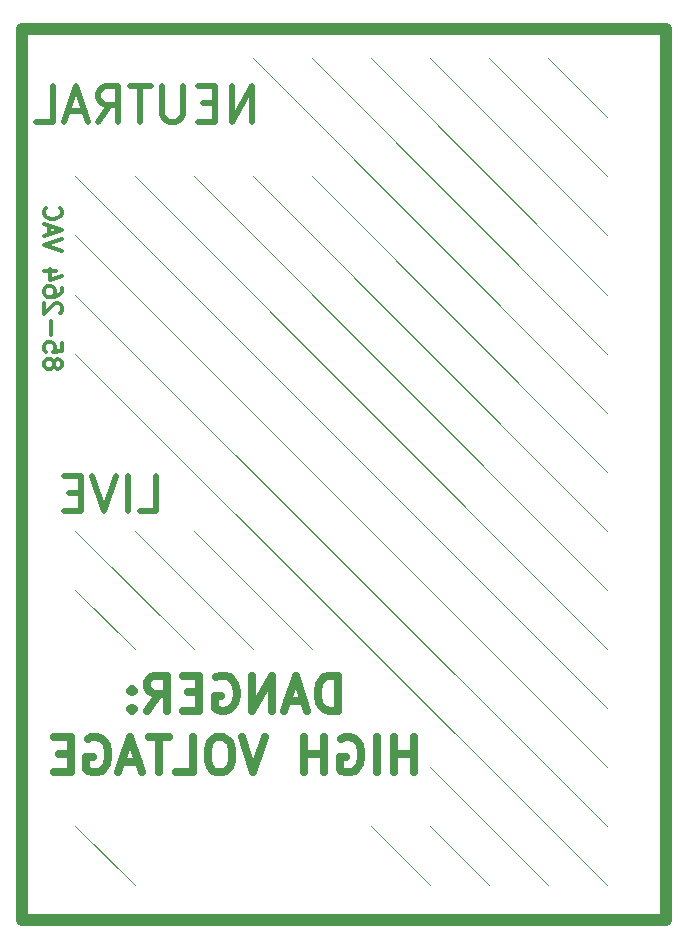
<source format=gbr>
G04 #@! TF.GenerationSoftware,KiCad,Pcbnew,(5.1.5)-3*
G04 #@! TF.CreationDate,2020-06-27T22:24:07+10:00*
G04 #@! TF.ProjectId,external_psu,65787465-726e-4616-9c5f-7073752e6b69,1.0.0*
G04 #@! TF.SameCoordinates,Original*
G04 #@! TF.FileFunction,Legend,Bot*
G04 #@! TF.FilePolarity,Positive*
%FSLAX46Y46*%
G04 Gerber Fmt 4.6, Leading zero omitted, Abs format (unit mm)*
G04 Created by KiCad (PCBNEW (5.1.5)-3) date 2020-06-27 22:24:07*
%MOMM*%
%LPD*%
G04 APERTURE LIST*
%ADD10C,0.120000*%
%ADD11C,1.000000*%
%ADD12C,0.300000*%
%ADD13C,0.500000*%
%ADD14C,0.700000*%
G04 APERTURE END LIST*
D10*
X100000000Y-125000000D02*
X95000000Y-120000000D01*
X125000000Y-125000000D02*
X120000000Y-120000000D01*
X130000000Y-125000000D02*
X125000000Y-120000000D01*
X95000000Y-100000000D02*
X100000000Y-105000000D01*
X95000000Y-95000000D02*
X105000000Y-105000000D01*
X100000000Y-95000000D02*
X110000000Y-105000000D01*
X115000000Y-105000000D02*
X105000000Y-95000000D01*
X135000000Y-125000000D02*
X125000000Y-115000000D01*
X95000000Y-80000000D02*
X140000000Y-125000000D01*
X140000000Y-120000000D02*
X95000000Y-75000000D01*
X95000000Y-70000000D02*
X140000000Y-115000000D01*
X140000000Y-110000000D02*
X95000000Y-65000000D01*
X100000000Y-65000000D02*
X140000000Y-105000000D01*
X105000000Y-65000000D02*
X140000000Y-100000000D01*
X140000000Y-95000000D02*
X110000000Y-65000000D01*
X115000000Y-65000000D02*
X140000000Y-90000000D01*
X110000000Y-55000000D02*
X140000000Y-85000000D01*
X115000000Y-55000000D02*
X140000000Y-80000000D01*
X120000000Y-55000000D02*
X140000000Y-75000000D01*
X125000000Y-55000000D02*
X140000000Y-70000000D01*
X130000000Y-55000000D02*
X140000000Y-65000000D01*
X135000000Y-55000000D02*
X140000000Y-60000000D01*
D11*
X145000000Y-128000000D02*
X145000000Y-52500000D01*
X90500000Y-52500000D02*
X90500000Y-128000000D01*
X145000000Y-52500000D02*
X90500000Y-52500000D01*
X90500000Y-128000000D02*
X145000000Y-128000000D01*
D12*
X93178571Y-81035714D02*
X93250000Y-81178571D01*
X93321428Y-81250000D01*
X93464285Y-81321428D01*
X93535714Y-81321428D01*
X93678571Y-81250000D01*
X93750000Y-81178571D01*
X93821428Y-81035714D01*
X93821428Y-80750000D01*
X93750000Y-80607142D01*
X93678571Y-80535714D01*
X93535714Y-80464285D01*
X93464285Y-80464285D01*
X93321428Y-80535714D01*
X93250000Y-80607142D01*
X93178571Y-80750000D01*
X93178571Y-81035714D01*
X93107142Y-81178571D01*
X93035714Y-81250000D01*
X92892857Y-81321428D01*
X92607142Y-81321428D01*
X92464285Y-81250000D01*
X92392857Y-81178571D01*
X92321428Y-81035714D01*
X92321428Y-80750000D01*
X92392857Y-80607142D01*
X92464285Y-80535714D01*
X92607142Y-80464285D01*
X92892857Y-80464285D01*
X93035714Y-80535714D01*
X93107142Y-80607142D01*
X93178571Y-80750000D01*
X93821428Y-79107142D02*
X93821428Y-79821428D01*
X93107142Y-79892857D01*
X93178571Y-79821428D01*
X93250000Y-79678571D01*
X93250000Y-79321428D01*
X93178571Y-79178571D01*
X93107142Y-79107142D01*
X92964285Y-79035714D01*
X92607142Y-79035714D01*
X92464285Y-79107142D01*
X92392857Y-79178571D01*
X92321428Y-79321428D01*
X92321428Y-79678571D01*
X92392857Y-79821428D01*
X92464285Y-79892857D01*
X92892857Y-78392857D02*
X92892857Y-77250000D01*
X93678571Y-76607142D02*
X93750000Y-76535714D01*
X93821428Y-76392857D01*
X93821428Y-76035714D01*
X93750000Y-75892857D01*
X93678571Y-75821428D01*
X93535714Y-75750000D01*
X93392857Y-75750000D01*
X93178571Y-75821428D01*
X92321428Y-76678571D01*
X92321428Y-75750000D01*
X93821428Y-74464285D02*
X93821428Y-74750000D01*
X93750000Y-74892857D01*
X93678571Y-74964285D01*
X93464285Y-75107142D01*
X93178571Y-75178571D01*
X92607142Y-75178571D01*
X92464285Y-75107142D01*
X92392857Y-75035714D01*
X92321428Y-74892857D01*
X92321428Y-74607142D01*
X92392857Y-74464285D01*
X92464285Y-74392857D01*
X92607142Y-74321428D01*
X92964285Y-74321428D01*
X93107142Y-74392857D01*
X93178571Y-74464285D01*
X93250000Y-74607142D01*
X93250000Y-74892857D01*
X93178571Y-75035714D01*
X93107142Y-75107142D01*
X92964285Y-75178571D01*
X93321428Y-73035714D02*
X92321428Y-73035714D01*
X93892857Y-73392857D02*
X92821428Y-73750000D01*
X92821428Y-72821428D01*
X93821428Y-71321428D02*
X92321428Y-70821428D01*
X93821428Y-70321428D01*
X92750000Y-69892857D02*
X92750000Y-69178571D01*
X92321428Y-70035714D02*
X93821428Y-69535714D01*
X92321428Y-69035714D01*
X92464285Y-67678571D02*
X92392857Y-67750000D01*
X92321428Y-67964285D01*
X92321428Y-68107142D01*
X92392857Y-68321428D01*
X92535714Y-68464285D01*
X92678571Y-68535714D01*
X92964285Y-68607142D01*
X93178571Y-68607142D01*
X93464285Y-68535714D01*
X93607142Y-68464285D01*
X93750000Y-68321428D01*
X93821428Y-68107142D01*
X93821428Y-67964285D01*
X93750000Y-67750000D01*
X93678571Y-67678571D01*
D13*
X109928571Y-60357142D02*
X109928571Y-57357142D01*
X108214285Y-60357142D01*
X108214285Y-57357142D01*
X106785714Y-58785714D02*
X105785714Y-58785714D01*
X105357142Y-60357142D02*
X106785714Y-60357142D01*
X106785714Y-57357142D01*
X105357142Y-57357142D01*
X104071428Y-57357142D02*
X104071428Y-59785714D01*
X103928571Y-60071428D01*
X103785714Y-60214285D01*
X103500000Y-60357142D01*
X102928571Y-60357142D01*
X102642857Y-60214285D01*
X102500000Y-60071428D01*
X102357142Y-59785714D01*
X102357142Y-57357142D01*
X101357142Y-57357142D02*
X99642857Y-57357142D01*
X100500000Y-60357142D02*
X100500000Y-57357142D01*
X96928571Y-60357142D02*
X97928571Y-58928571D01*
X98642857Y-60357142D02*
X98642857Y-57357142D01*
X97500000Y-57357142D01*
X97214285Y-57500000D01*
X97071428Y-57642857D01*
X96928571Y-57928571D01*
X96928571Y-58357142D01*
X97071428Y-58642857D01*
X97214285Y-58785714D01*
X97500000Y-58928571D01*
X98642857Y-58928571D01*
X95785714Y-59500000D02*
X94357142Y-59500000D01*
X96071428Y-60357142D02*
X95071428Y-57357142D01*
X94071428Y-60357142D01*
X91642857Y-60357142D02*
X93071428Y-60357142D01*
X93071428Y-57357142D01*
X100428571Y-93357142D02*
X101857142Y-93357142D01*
X101857142Y-90357142D01*
X99428571Y-93357142D02*
X99428571Y-90357142D01*
X98428571Y-90357142D02*
X97428571Y-93357142D01*
X96428571Y-90357142D01*
X95428571Y-91785714D02*
X94428571Y-91785714D01*
X94000000Y-93357142D02*
X95428571Y-93357142D01*
X95428571Y-90357142D01*
X94000000Y-90357142D01*
D14*
X117214285Y-110257142D02*
X117214285Y-107257142D01*
X116500000Y-107257142D01*
X116071428Y-107400000D01*
X115785714Y-107685714D01*
X115642857Y-107971428D01*
X115500000Y-108542857D01*
X115500000Y-108971428D01*
X115642857Y-109542857D01*
X115785714Y-109828571D01*
X116071428Y-110114285D01*
X116500000Y-110257142D01*
X117214285Y-110257142D01*
X114357142Y-109400000D02*
X112928571Y-109400000D01*
X114642857Y-110257142D02*
X113642857Y-107257142D01*
X112642857Y-110257142D01*
X111642857Y-110257142D02*
X111642857Y-107257142D01*
X109928571Y-110257142D01*
X109928571Y-107257142D01*
X106928571Y-107400000D02*
X107214285Y-107257142D01*
X107642857Y-107257142D01*
X108071428Y-107400000D01*
X108357142Y-107685714D01*
X108500000Y-107971428D01*
X108642857Y-108542857D01*
X108642857Y-108971428D01*
X108500000Y-109542857D01*
X108357142Y-109828571D01*
X108071428Y-110114285D01*
X107642857Y-110257142D01*
X107357142Y-110257142D01*
X106928571Y-110114285D01*
X106785714Y-109971428D01*
X106785714Y-108971428D01*
X107357142Y-108971428D01*
X105500000Y-108685714D02*
X104500000Y-108685714D01*
X104071428Y-110257142D02*
X105500000Y-110257142D01*
X105500000Y-107257142D01*
X104071428Y-107257142D01*
X101071428Y-110257142D02*
X102071428Y-108828571D01*
X102785714Y-110257142D02*
X102785714Y-107257142D01*
X101642857Y-107257142D01*
X101357142Y-107400000D01*
X101214285Y-107542857D01*
X101071428Y-107828571D01*
X101071428Y-108257142D01*
X101214285Y-108542857D01*
X101357142Y-108685714D01*
X101642857Y-108828571D01*
X102785714Y-108828571D01*
X99785714Y-109971428D02*
X99642857Y-110114285D01*
X99785714Y-110257142D01*
X99928571Y-110114285D01*
X99785714Y-109971428D01*
X99785714Y-110257142D01*
X99785714Y-108400000D02*
X99642857Y-108542857D01*
X99785714Y-108685714D01*
X99928571Y-108542857D01*
X99785714Y-108400000D01*
X99785714Y-108685714D01*
X123642857Y-115457142D02*
X123642857Y-112457142D01*
X123642857Y-113885714D02*
X121928571Y-113885714D01*
X121928571Y-115457142D02*
X121928571Y-112457142D01*
X120500000Y-115457142D02*
X120500000Y-112457142D01*
X117500000Y-112600000D02*
X117785714Y-112457142D01*
X118214285Y-112457142D01*
X118642857Y-112600000D01*
X118928571Y-112885714D01*
X119071428Y-113171428D01*
X119214285Y-113742857D01*
X119214285Y-114171428D01*
X119071428Y-114742857D01*
X118928571Y-115028571D01*
X118642857Y-115314285D01*
X118214285Y-115457142D01*
X117928571Y-115457142D01*
X117500000Y-115314285D01*
X117357142Y-115171428D01*
X117357142Y-114171428D01*
X117928571Y-114171428D01*
X116071428Y-115457142D02*
X116071428Y-112457142D01*
X116071428Y-113885714D02*
X114357142Y-113885714D01*
X114357142Y-115457142D02*
X114357142Y-112457142D01*
X111071428Y-112457142D02*
X110071428Y-115457142D01*
X109071428Y-112457142D01*
X107500000Y-112457142D02*
X106928571Y-112457142D01*
X106642857Y-112600000D01*
X106357142Y-112885714D01*
X106214285Y-113457142D01*
X106214285Y-114457142D01*
X106357142Y-115028571D01*
X106642857Y-115314285D01*
X106928571Y-115457142D01*
X107500000Y-115457142D01*
X107785714Y-115314285D01*
X108071428Y-115028571D01*
X108214285Y-114457142D01*
X108214285Y-113457142D01*
X108071428Y-112885714D01*
X107785714Y-112600000D01*
X107500000Y-112457142D01*
X103500000Y-115457142D02*
X104928571Y-115457142D01*
X104928571Y-112457142D01*
X102928571Y-112457142D02*
X101214285Y-112457142D01*
X102071428Y-115457142D02*
X102071428Y-112457142D01*
X100357142Y-114600000D02*
X98928571Y-114600000D01*
X100642857Y-115457142D02*
X99642857Y-112457142D01*
X98642857Y-115457142D01*
X96071428Y-112600000D02*
X96357142Y-112457142D01*
X96785714Y-112457142D01*
X97214285Y-112600000D01*
X97500000Y-112885714D01*
X97642857Y-113171428D01*
X97785714Y-113742857D01*
X97785714Y-114171428D01*
X97642857Y-114742857D01*
X97500000Y-115028571D01*
X97214285Y-115314285D01*
X96785714Y-115457142D01*
X96500000Y-115457142D01*
X96071428Y-115314285D01*
X95928571Y-115171428D01*
X95928571Y-114171428D01*
X96500000Y-114171428D01*
X94642857Y-113885714D02*
X93642857Y-113885714D01*
X93214285Y-115457142D02*
X94642857Y-115457142D01*
X94642857Y-112457142D01*
X93214285Y-112457142D01*
M02*

</source>
